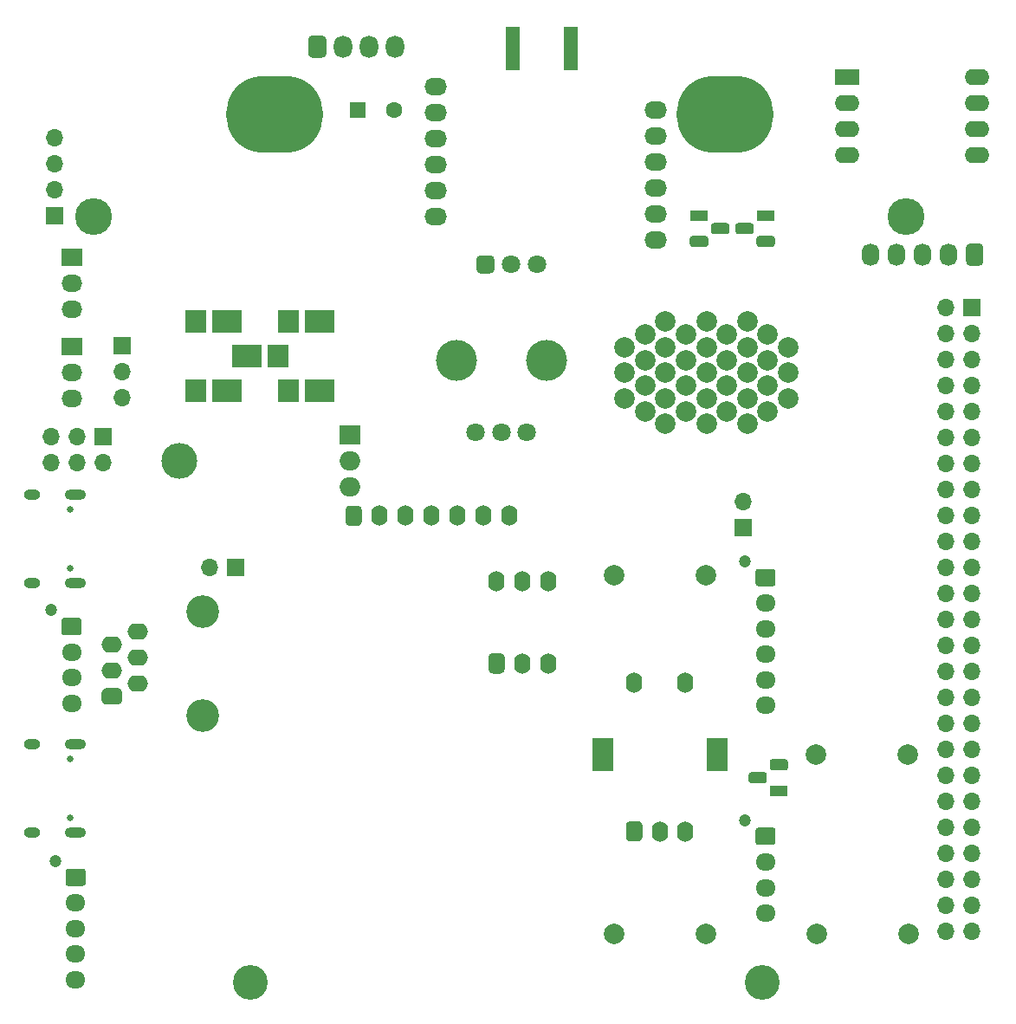
<source format=gbr>
%TF.GenerationSoftware,KiCad,Pcbnew,(5.1.8)-1*%
%TF.CreationDate,2021-09-05T00:40:36+02:00*%
%TF.ProjectId,pcbV10,70636256-3130-42e6-9b69-6361645f7063,rev?*%
%TF.SameCoordinates,Original*%
%TF.FileFunction,Soldermask,Bot*%
%TF.FilePolarity,Negative*%
%FSLAX46Y46*%
G04 Gerber Fmt 4.6, Leading zero omitted, Abs format (unit mm)*
G04 Created by KiCad (PCBNEW (5.1.8)-1) date 2021-09-05 00:40:36*
%MOMM*%
%LPD*%
G01*
G04 APERTURE LIST*
%ADD10R,2.000000X2.200000*%
%ADD11R,3.000000X2.200000*%
%ADD12O,1.600000X2.000000*%
%ADD13C,1.200000*%
%ADD14O,1.950000X1.700000*%
%ADD15C,2.000000*%
%ADD16C,3.200000*%
%ADD17O,2.000000X1.600000*%
%ADD18C,3.600000*%
%ADD19O,9.500000X7.500000*%
%ADD20C,3.400000*%
%ADD21O,1.800000X2.200000*%
%ADD22R,1.800000X1.100000*%
%ADD23C,1.800000*%
%ADD24O,1.700000X2.200000*%
%ADD25O,2.400000X1.600000*%
%ADD26R,2.400000X1.600000*%
%ADD27R,2.000000X3.200000*%
%ADD28C,4.000000*%
%ADD29O,2.000000X1.905000*%
%ADD30R,2.000000X1.905000*%
%ADD31O,3.500000X3.500000*%
%ADD32O,1.700000X1.700000*%
%ADD33R,1.700000X1.700000*%
%ADD34R,1.350000X4.200000*%
%ADD35O,2.030000X1.730000*%
%ADD36R,2.030000X1.730000*%
%ADD37O,2.100000X1.000000*%
%ADD38C,0.650000*%
%ADD39O,1.600000X1.000000*%
%ADD40O,2.200000X1.700000*%
%ADD41C,1.600000*%
%ADD42R,1.600000X1.600000*%
G04 APERTURE END LIST*
D10*
%TO.C,D14*%
X69179500Y-78676500D03*
D11*
X72229500Y-78676500D03*
%TD*%
D10*
%TO.C,D13*%
X78196500Y-85407500D03*
D11*
X81246500Y-85407500D03*
%TD*%
D10*
%TO.C,D12*%
X78196500Y-78676500D03*
D11*
X81246500Y-78676500D03*
%TD*%
D10*
%TO.C,D11*%
X69179500Y-85407500D03*
D11*
X72229500Y-85407500D03*
%TD*%
D10*
%TO.C,D10*%
X77188000Y-82042000D03*
D11*
X74138000Y-82042000D03*
%TD*%
D12*
%TO.C,U5*%
X98552000Y-104067000D03*
X101092000Y-104067000D03*
X103632000Y-104067000D03*
X103632000Y-112087000D03*
X101092000Y-112087000D03*
G36*
G01*
X98952000Y-113087000D02*
X98152000Y-113087000D01*
G75*
G02*
X97752000Y-112687000I0J400000D01*
G01*
X97752000Y-111487000D01*
G75*
G02*
X98152000Y-111087000I400000J0D01*
G01*
X98952000Y-111087000D01*
G75*
G02*
X99352000Y-111487000I0J-400000D01*
G01*
X99352000Y-112687000D01*
G75*
G02*
X98952000Y-113087000I-400000J0D01*
G01*
G37*
%TD*%
D13*
%TO.C,J5*%
X122841000Y-102105000D03*
D14*
X124841000Y-116205000D03*
X124841000Y-113705000D03*
X124841000Y-111205000D03*
X124841000Y-108705000D03*
X124841000Y-106205000D03*
G36*
G01*
X124116000Y-102855000D02*
X125566000Y-102855000D01*
G75*
G02*
X125816000Y-103105000I0J-250000D01*
G01*
X125816000Y-104305000D01*
G75*
G02*
X125566000Y-104555000I-250000J0D01*
G01*
X124116000Y-104555000D01*
G75*
G02*
X123866000Y-104305000I0J250000D01*
G01*
X123866000Y-103105000D01*
G75*
G02*
X124116000Y-102855000I250000J0D01*
G01*
G37*
%TD*%
D13*
%TO.C,J4*%
X122841000Y-127400000D03*
D14*
X124841000Y-136500000D03*
X124841000Y-134000000D03*
X124841000Y-131500000D03*
G36*
G01*
X124116000Y-128150000D02*
X125566000Y-128150000D01*
G75*
G02*
X125816000Y-128400000I0J-250000D01*
G01*
X125816000Y-129600000D01*
G75*
G02*
X125566000Y-129850000I-250000J0D01*
G01*
X124116000Y-129850000D01*
G75*
G02*
X123866000Y-129600000I0J250000D01*
G01*
X123866000Y-128400000D01*
G75*
G02*
X124116000Y-128150000I250000J0D01*
G01*
G37*
%TD*%
D15*
%TO.C,SW5*%
X129866000Y-138531600D03*
X138866000Y-138531600D03*
%TD*%
D16*
%TO.C,J7*%
X69850000Y-117221000D03*
X69850000Y-107061000D03*
G36*
G01*
X60360000Y-114516000D02*
X61560000Y-114516000D01*
G75*
G02*
X61960000Y-114916000I0J-400000D01*
G01*
X61960000Y-115716000D01*
G75*
G02*
X61560000Y-116116000I-400000J0D01*
G01*
X60360000Y-116116000D01*
G75*
G02*
X59960000Y-115716000I0J400000D01*
G01*
X59960000Y-114916000D01*
G75*
G02*
X60360000Y-114516000I400000J0D01*
G01*
G37*
D17*
X63500000Y-114046000D03*
X60960000Y-112776000D03*
X63500000Y-111506000D03*
X60960000Y-110236000D03*
X63500000Y-108966000D03*
%TD*%
D18*
%TO.C,R18*%
X138582000Y-68453000D03*
X59182000Y-68453000D03*
D19*
X76882000Y-58453000D03*
X120882000Y-58453000D03*
%TD*%
D12*
%TO.C,U14*%
X99822000Y-97663000D03*
X97282000Y-97663000D03*
X94742000Y-97663000D03*
X92202000Y-97663000D03*
X89662000Y-97663000D03*
X87122000Y-97663000D03*
G36*
G01*
X83782000Y-98263000D02*
X83782000Y-97063000D01*
G75*
G02*
X84182000Y-96663000I400000J0D01*
G01*
X84982000Y-96663000D01*
G75*
G02*
X85382000Y-97063000I0J-400000D01*
G01*
X85382000Y-98263000D01*
G75*
G02*
X84982000Y-98663000I-400000J0D01*
G01*
X84182000Y-98663000D01*
G75*
G02*
X83782000Y-98263000I0J400000D01*
G01*
G37*
%TD*%
D20*
%TO.C,X1*%
X124500000Y-143250000D03*
X74500000Y-143250000D03*
%TD*%
D15*
%TO.C,SP1*%
X127063000Y-86193000D03*
X127063000Y-83693000D03*
X127063000Y-81193000D03*
X125063000Y-79943000D03*
X125063000Y-82443000D03*
X125063000Y-84943000D03*
X125063000Y-87443000D03*
X123063000Y-88693000D03*
X123063000Y-86193000D03*
X123063000Y-83693000D03*
X123063000Y-81193000D03*
X123063000Y-78693000D03*
X121063000Y-79943000D03*
X121063000Y-82443000D03*
X121063000Y-84943000D03*
X121063000Y-87443000D03*
X111063000Y-81193000D03*
X111063000Y-83693000D03*
X111063000Y-86193000D03*
X113063000Y-79943000D03*
X113063000Y-82443000D03*
X113063000Y-84943000D03*
X113063000Y-87443000D03*
X115063000Y-78693000D03*
X115063000Y-81193000D03*
X115063000Y-83693000D03*
X115063000Y-86193000D03*
X115063000Y-88693000D03*
X117063000Y-79943000D03*
X117063000Y-82443000D03*
X117063000Y-84943000D03*
X117063000Y-87443000D03*
X119063000Y-78693000D03*
X119063000Y-81193000D03*
X119063000Y-83693000D03*
X119063000Y-86193000D03*
X119063000Y-88693000D03*
%TD*%
D21*
%TO.C,U16*%
X88646000Y-51816000D03*
X86106000Y-51816000D03*
X83566000Y-51816000D03*
G36*
G01*
X81476000Y-52916000D02*
X80576000Y-52916000D01*
G75*
G02*
X80126000Y-52466000I0J450000D01*
G01*
X80126000Y-51166000D01*
G75*
G02*
X80576000Y-50716000I450000J0D01*
G01*
X81476000Y-50716000D01*
G75*
G02*
X81926000Y-51166000I0J-450000D01*
G01*
X81926000Y-52466000D01*
G75*
G02*
X81476000Y-52916000I-450000J0D01*
G01*
G37*
%TD*%
D22*
%TO.C,U15*%
X118345000Y-68326000D03*
G36*
G01*
X117720000Y-70316000D02*
X118970000Y-70316000D01*
G75*
G02*
X119245000Y-70591000I0J-275000D01*
G01*
X119245000Y-71141000D01*
G75*
G02*
X118970000Y-71416000I-275000J0D01*
G01*
X117720000Y-71416000D01*
G75*
G02*
X117445000Y-71141000I0J275000D01*
G01*
X117445000Y-70591000D01*
G75*
G02*
X117720000Y-70316000I275000J0D01*
G01*
G37*
G36*
G01*
X119790000Y-69046000D02*
X121040000Y-69046000D01*
G75*
G02*
X121315000Y-69321000I0J-275000D01*
G01*
X121315000Y-69871000D01*
G75*
G02*
X121040000Y-70146000I-275000J0D01*
G01*
X119790000Y-70146000D01*
G75*
G02*
X119515000Y-69871000I0J275000D01*
G01*
X119515000Y-69321000D01*
G75*
G02*
X119790000Y-69046000I275000J0D01*
G01*
G37*
%TD*%
%TO.C,U13*%
X126150000Y-124540000D03*
G36*
G01*
X126775000Y-122550000D02*
X125525000Y-122550000D01*
G75*
G02*
X125250000Y-122275000I0J275000D01*
G01*
X125250000Y-121725000D01*
G75*
G02*
X125525000Y-121450000I275000J0D01*
G01*
X126775000Y-121450000D01*
G75*
G02*
X127050000Y-121725000I0J-275000D01*
G01*
X127050000Y-122275000D01*
G75*
G02*
X126775000Y-122550000I-275000J0D01*
G01*
G37*
G36*
G01*
X124705000Y-123820000D02*
X123455000Y-123820000D01*
G75*
G02*
X123180000Y-123545000I0J275000D01*
G01*
X123180000Y-122995000D01*
G75*
G02*
X123455000Y-122720000I275000J0D01*
G01*
X124705000Y-122720000D01*
G75*
G02*
X124980000Y-122995000I0J-275000D01*
G01*
X124980000Y-123545000D01*
G75*
G02*
X124705000Y-123820000I-275000J0D01*
G01*
G37*
%TD*%
%TO.C,U12*%
X124860000Y-68326000D03*
G36*
G01*
X124235000Y-70316000D02*
X125485000Y-70316000D01*
G75*
G02*
X125760000Y-70591000I0J-275000D01*
G01*
X125760000Y-71141000D01*
G75*
G02*
X125485000Y-71416000I-275000J0D01*
G01*
X124235000Y-71416000D01*
G75*
G02*
X123960000Y-71141000I0J275000D01*
G01*
X123960000Y-70591000D01*
G75*
G02*
X124235000Y-70316000I275000J0D01*
G01*
G37*
G36*
G01*
X122165000Y-69046000D02*
X123415000Y-69046000D01*
G75*
G02*
X123690000Y-69321000I0J-275000D01*
G01*
X123690000Y-69871000D01*
G75*
G02*
X123415000Y-70146000I-275000J0D01*
G01*
X122165000Y-70146000D01*
G75*
G02*
X121890000Y-69871000I0J275000D01*
G01*
X121890000Y-69321000D01*
G75*
G02*
X122165000Y-69046000I275000J0D01*
G01*
G37*
%TD*%
D23*
%TO.C,U10*%
X102540000Y-73096000D03*
G36*
G01*
X96560000Y-73546000D02*
X96560000Y-72646000D01*
G75*
G02*
X97010000Y-72196000I450000J0D01*
G01*
X97910000Y-72196000D01*
G75*
G02*
X98360000Y-72646000I0J-450000D01*
G01*
X98360000Y-73546000D01*
G75*
G02*
X97910000Y-73996000I-450000J0D01*
G01*
X97010000Y-73996000D01*
G75*
G02*
X96560000Y-73546000I0J450000D01*
G01*
G37*
X100000000Y-73096000D03*
%TD*%
D24*
%TO.C,U9*%
X135128000Y-72136000D03*
X137668000Y-72136000D03*
X140208000Y-72136000D03*
X142748000Y-72136000D03*
G36*
G01*
X145713000Y-73236000D02*
X144863000Y-73236000D01*
G75*
G02*
X144438000Y-72811000I0J425000D01*
G01*
X144438000Y-71461000D01*
G75*
G02*
X144863000Y-71036000I425000J0D01*
G01*
X145713000Y-71036000D01*
G75*
G02*
X146138000Y-71461000I0J-425000D01*
G01*
X146138000Y-72811000D01*
G75*
G02*
X145713000Y-73236000I-425000J0D01*
G01*
G37*
%TD*%
D25*
%TO.C,U4*%
X145500000Y-54760000D03*
X132800000Y-62380000D03*
X145500000Y-57300000D03*
X132800000Y-59840000D03*
X145500000Y-59840000D03*
X132800000Y-57300000D03*
X145500000Y-62380000D03*
D26*
X132800000Y-54760000D03*
%TD*%
D15*
%TO.C,SW4*%
X119000000Y-103500000D03*
X110000000Y-103500000D03*
%TD*%
%TO.C,SW3*%
X110000000Y-138500000D03*
X119000000Y-138500000D03*
%TD*%
%TO.C,SW2*%
G36*
G01*
X112400000Y-129500000D02*
X111600000Y-129500000D01*
G75*
G02*
X111200000Y-129100000I0J400000D01*
G01*
X111200000Y-127900000D01*
G75*
G02*
X111600000Y-127500000I400000J0D01*
G01*
X112400000Y-127500000D01*
G75*
G02*
X112800000Y-127900000I0J-400000D01*
G01*
X112800000Y-129100000D01*
G75*
G02*
X112400000Y-129500000I-400000J0D01*
G01*
G37*
D12*
X114500000Y-128500000D03*
X117000000Y-128500000D03*
D27*
X108900000Y-121000000D03*
X120100000Y-121000000D03*
D12*
X112000000Y-114000000D03*
X117000000Y-114000000D03*
%TD*%
D15*
%TO.C,SW1*%
X129750000Y-121000000D03*
X138750000Y-121000000D03*
%TD*%
D28*
%TO.C,RV1*%
X103400000Y-82500000D03*
X94600000Y-82500000D03*
D23*
X101500000Y-89500000D03*
X99000000Y-89500000D03*
X96500000Y-89500000D03*
%TD*%
D29*
%TO.C,Q8*%
X84201000Y-94869000D03*
X84201000Y-92329000D03*
D30*
X84201000Y-89789000D03*
D31*
X67541000Y-92329000D03*
%TD*%
D32*
%TO.C,JP2*%
X61976000Y-86106000D03*
X61976000Y-83566000D03*
D33*
X61976000Y-81026000D03*
%TD*%
D32*
%TO.C,JP1*%
X70485000Y-102743000D03*
D33*
X73025000Y-102743000D03*
%TD*%
D34*
%TO.C,J14*%
X100175000Y-52000000D03*
X105825000Y-52000000D03*
%TD*%
D32*
%TO.C,J13*%
X122682000Y-96266000D03*
D33*
X122682000Y-98806000D03*
%TD*%
D32*
%TO.C,J12*%
X142460000Y-138250000D03*
X145000000Y-138250000D03*
X142460000Y-135710000D03*
X145000000Y-135710000D03*
X142460000Y-133170000D03*
X145000000Y-133170000D03*
X142460000Y-130630000D03*
X145000000Y-130630000D03*
X142460000Y-128090000D03*
X145000000Y-128090000D03*
X142460000Y-125550000D03*
X145000000Y-125550000D03*
X142460000Y-123010000D03*
X145000000Y-123010000D03*
X142460000Y-120470000D03*
X145000000Y-120470000D03*
X142460000Y-117930000D03*
X145000000Y-117930000D03*
X142460000Y-115390000D03*
X145000000Y-115390000D03*
X142460000Y-112850000D03*
X145000000Y-112850000D03*
X142460000Y-110310000D03*
X145000000Y-110310000D03*
X142460000Y-107770000D03*
X145000000Y-107770000D03*
X142460000Y-105230000D03*
X145000000Y-105230000D03*
X142460000Y-102690000D03*
X145000000Y-102690000D03*
X142460000Y-100150000D03*
X145000000Y-100150000D03*
X142460000Y-97610000D03*
X145000000Y-97610000D03*
X142460000Y-95070000D03*
X145000000Y-95070000D03*
X142460000Y-92530000D03*
X145000000Y-92530000D03*
X142460000Y-89990000D03*
X145000000Y-89990000D03*
X142460000Y-87450000D03*
X145000000Y-87450000D03*
X142460000Y-84910000D03*
X145000000Y-84910000D03*
X142460000Y-82370000D03*
X145000000Y-82370000D03*
X142460000Y-79830000D03*
X145000000Y-79830000D03*
X142460000Y-77290000D03*
D33*
X145000000Y-77290000D03*
%TD*%
D35*
%TO.C,J11*%
X57023000Y-86233000D03*
X57023000Y-83693000D03*
D36*
X57023000Y-81153000D03*
%TD*%
D35*
%TO.C,J10*%
X57023000Y-77470000D03*
X57023000Y-74930000D03*
D36*
X57023000Y-72390000D03*
%TD*%
D32*
%TO.C,J9*%
X55372000Y-60706000D03*
X55372000Y-63246000D03*
X55372000Y-65786000D03*
D33*
X55372000Y-68326000D03*
%TD*%
D37*
%TO.C,J8*%
X57359000Y-104213000D03*
X57359000Y-95573000D03*
D38*
X56829000Y-97003000D03*
D39*
X53179000Y-95573000D03*
D38*
X56829000Y-102783000D03*
D39*
X53179000Y-104213000D03*
%TD*%
D13*
%TO.C,J6*%
X55000000Y-106900000D03*
D14*
X57000000Y-116000000D03*
X57000000Y-113500000D03*
X57000000Y-111000000D03*
G36*
G01*
X56275000Y-107650000D02*
X57725000Y-107650000D01*
G75*
G02*
X57975000Y-107900000I0J-250000D01*
G01*
X57975000Y-109100000D01*
G75*
G02*
X57725000Y-109350000I-250000J0D01*
G01*
X56275000Y-109350000D01*
G75*
G02*
X56025000Y-109100000I0J250000D01*
G01*
X56025000Y-107900000D01*
G75*
G02*
X56275000Y-107650000I250000J0D01*
G01*
G37*
%TD*%
D13*
%TO.C,J3*%
X55404000Y-131400000D03*
D14*
X57404000Y-143000000D03*
X57404000Y-140500000D03*
X57404000Y-138000000D03*
X57404000Y-135500000D03*
G36*
G01*
X56679000Y-132150000D02*
X58129000Y-132150000D01*
G75*
G02*
X58379000Y-132400000I0J-250000D01*
G01*
X58379000Y-133600000D01*
G75*
G02*
X58129000Y-133850000I-250000J0D01*
G01*
X56679000Y-133850000D01*
G75*
G02*
X56429000Y-133600000I0J250000D01*
G01*
X56429000Y-132400000D01*
G75*
G02*
X56679000Y-132150000I250000J0D01*
G01*
G37*
%TD*%
D32*
%TO.C,J2*%
X55000000Y-92500000D03*
X55000000Y-89960000D03*
X57540000Y-92500000D03*
X57540000Y-89960000D03*
X60080000Y-92500000D03*
D33*
X60080000Y-89960000D03*
%TD*%
D37*
%TO.C,J1*%
X57359000Y-128653000D03*
X57359000Y-120013000D03*
D38*
X56829000Y-121443000D03*
D39*
X53179000Y-120013000D03*
D38*
X56829000Y-127223000D03*
D39*
X53179000Y-128653000D03*
%TD*%
D40*
%TO.C,GSM_Module1*%
X114083000Y-70700000D03*
X114083000Y-68160000D03*
X114083000Y-65620000D03*
X114083000Y-63080000D03*
X114083000Y-60540000D03*
X92583000Y-68400000D03*
X92583000Y-65860000D03*
X92583000Y-63320000D03*
X92583000Y-60780000D03*
X92583000Y-58240000D03*
X114083000Y-58000000D03*
X92583000Y-55700000D03*
%TD*%
D41*
%TO.C,C27*%
X88519000Y-58039000D03*
D42*
X85019000Y-58039000D03*
%TD*%
M02*

</source>
